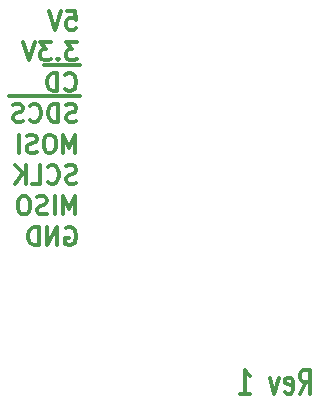
<source format=gbo>
G04 #@! TF.GenerationSoftware,KiCad,Pcbnew,(5.1.10)-1*
G04 #@! TF.CreationDate,2021-09-22T18:41:59-04:00*
G04 #@! TF.ProjectId,SD_CARD_X49,53445f43-4152-4445-9f58-34392e6b6963,1*
G04 #@! TF.SameCoordinates,Original*
G04 #@! TF.FileFunction,Legend,Bot*
G04 #@! TF.FilePolarity,Positive*
%FSLAX46Y46*%
G04 Gerber Fmt 4.6, Leading zero omitted, Abs format (unit mm)*
G04 Created by KiCad (PCBNEW (5.1.10)-1) date 2021-09-22 18:41:59*
%MOMM*%
%LPD*%
G01*
G04 APERTURE LIST*
%ADD10C,0.304800*%
G04 APERTURE END LIST*
D10*
X17001308Y-24567998D02*
X17727022Y-24567998D01*
X17799594Y-25299760D01*
X17727022Y-25226584D01*
X17581880Y-25153408D01*
X17219022Y-25153408D01*
X17073880Y-25226584D01*
X17001308Y-25299760D01*
X16928737Y-25446113D01*
X16928737Y-25811994D01*
X17001308Y-25958346D01*
X17073880Y-26031522D01*
X17219022Y-26104698D01*
X17581880Y-26104698D01*
X17727022Y-26031522D01*
X17799594Y-25958346D01*
X16493308Y-24567998D02*
X15985308Y-26104698D01*
X15477308Y-24567998D01*
X17872165Y-27177848D02*
X16928737Y-27177848D01*
X17436737Y-27763258D01*
X17219022Y-27763258D01*
X17073880Y-27836434D01*
X17001308Y-27909610D01*
X16928737Y-28055963D01*
X16928737Y-28421844D01*
X17001308Y-28568196D01*
X17073880Y-28641372D01*
X17219022Y-28714548D01*
X17654451Y-28714548D01*
X17799594Y-28641372D01*
X17872165Y-28568196D01*
X16275594Y-28568196D02*
X16203022Y-28641372D01*
X16275594Y-28714548D01*
X16348165Y-28641372D01*
X16275594Y-28568196D01*
X16275594Y-28714548D01*
X15695022Y-27177848D02*
X14751594Y-27177848D01*
X15259594Y-27763258D01*
X15041880Y-27763258D01*
X14896737Y-27836434D01*
X14824165Y-27909610D01*
X14751594Y-28055963D01*
X14751594Y-28421844D01*
X14824165Y-28568196D01*
X14896737Y-28641372D01*
X15041880Y-28714548D01*
X15477308Y-28714548D01*
X15622451Y-28641372D01*
X15695022Y-28568196D01*
X14316165Y-27177848D02*
X13808165Y-28714548D01*
X13300165Y-27177848D01*
X18089880Y-29126561D02*
X16565880Y-29126561D01*
X16856165Y-31178046D02*
X16928737Y-31251222D01*
X17146451Y-31324398D01*
X17291594Y-31324398D01*
X17509308Y-31251222D01*
X17654451Y-31104870D01*
X17727022Y-30958517D01*
X17799594Y-30665813D01*
X17799594Y-30446284D01*
X17727022Y-30153579D01*
X17654451Y-30007227D01*
X17509308Y-29860875D01*
X17291594Y-29787698D01*
X17146451Y-29787698D01*
X16928737Y-29860875D01*
X16856165Y-29934051D01*
X16565880Y-29126561D02*
X15041880Y-29126561D01*
X16203022Y-31324398D02*
X16203022Y-29787698D01*
X15840165Y-29787698D01*
X15622451Y-29860875D01*
X15477308Y-30007227D01*
X15404737Y-30153579D01*
X15332165Y-30446284D01*
X15332165Y-30665813D01*
X15404737Y-30958517D01*
X15477308Y-31104870D01*
X15622451Y-31251222D01*
X15840165Y-31324398D01*
X16203022Y-31324398D01*
X18089880Y-31736411D02*
X16638451Y-31736411D01*
X17799594Y-33861072D02*
X17581880Y-33934248D01*
X17219022Y-33934248D01*
X17073880Y-33861072D01*
X17001308Y-33787896D01*
X16928737Y-33641544D01*
X16928737Y-33495191D01*
X17001308Y-33348839D01*
X17073880Y-33275663D01*
X17219022Y-33202486D01*
X17509308Y-33129310D01*
X17654451Y-33056134D01*
X17727022Y-32982958D01*
X17799594Y-32836605D01*
X17799594Y-32690253D01*
X17727022Y-32543901D01*
X17654451Y-32470725D01*
X17509308Y-32397548D01*
X17146451Y-32397548D01*
X16928737Y-32470725D01*
X16638451Y-31736411D02*
X15114451Y-31736411D01*
X16275594Y-33934248D02*
X16275594Y-32397548D01*
X15912737Y-32397548D01*
X15695022Y-32470725D01*
X15549880Y-32617077D01*
X15477308Y-32763429D01*
X15404737Y-33056134D01*
X15404737Y-33275663D01*
X15477308Y-33568367D01*
X15549880Y-33714720D01*
X15695022Y-33861072D01*
X15912737Y-33934248D01*
X16275594Y-33934248D01*
X15114451Y-31736411D02*
X13590451Y-31736411D01*
X13880737Y-33787896D02*
X13953308Y-33861072D01*
X14171022Y-33934248D01*
X14316165Y-33934248D01*
X14533880Y-33861072D01*
X14679022Y-33714720D01*
X14751594Y-33568367D01*
X14824165Y-33275663D01*
X14824165Y-33056134D01*
X14751594Y-32763429D01*
X14679022Y-32617077D01*
X14533880Y-32470725D01*
X14316165Y-32397548D01*
X14171022Y-32397548D01*
X13953308Y-32470725D01*
X13880737Y-32543901D01*
X13590451Y-31736411D02*
X12139022Y-31736411D01*
X13300165Y-33861072D02*
X13082451Y-33934248D01*
X12719594Y-33934248D01*
X12574451Y-33861072D01*
X12501880Y-33787896D01*
X12429308Y-33641544D01*
X12429308Y-33495191D01*
X12501880Y-33348839D01*
X12574451Y-33275663D01*
X12719594Y-33202486D01*
X13009880Y-33129310D01*
X13155022Y-33056134D01*
X13227594Y-32982958D01*
X13300165Y-32836605D01*
X13300165Y-32690253D01*
X13227594Y-32543901D01*
X13155022Y-32470725D01*
X13009880Y-32397548D01*
X12647022Y-32397548D01*
X12429308Y-32470725D01*
X17727022Y-36544098D02*
X17727022Y-35007398D01*
X17219022Y-36105041D01*
X16711022Y-35007398D01*
X16711022Y-36544098D01*
X15695022Y-35007398D02*
X15404737Y-35007398D01*
X15259594Y-35080575D01*
X15114451Y-35226927D01*
X15041880Y-35519632D01*
X15041880Y-36031865D01*
X15114451Y-36324570D01*
X15259594Y-36470922D01*
X15404737Y-36544098D01*
X15695022Y-36544098D01*
X15840165Y-36470922D01*
X15985308Y-36324570D01*
X16057880Y-36031865D01*
X16057880Y-35519632D01*
X15985308Y-35226927D01*
X15840165Y-35080575D01*
X15695022Y-35007398D01*
X14461308Y-36470922D02*
X14243594Y-36544098D01*
X13880737Y-36544098D01*
X13735594Y-36470922D01*
X13663022Y-36397746D01*
X13590451Y-36251394D01*
X13590451Y-36105041D01*
X13663022Y-35958689D01*
X13735594Y-35885513D01*
X13880737Y-35812336D01*
X14171022Y-35739160D01*
X14316165Y-35665984D01*
X14388737Y-35592808D01*
X14461308Y-35446455D01*
X14461308Y-35300103D01*
X14388737Y-35153751D01*
X14316165Y-35080575D01*
X14171022Y-35007398D01*
X13808165Y-35007398D01*
X13590451Y-35080575D01*
X12937308Y-36544098D02*
X12937308Y-35007398D01*
X17799594Y-39080772D02*
X17581880Y-39153948D01*
X17219022Y-39153948D01*
X17073880Y-39080772D01*
X17001308Y-39007596D01*
X16928737Y-38861244D01*
X16928737Y-38714891D01*
X17001308Y-38568539D01*
X17073880Y-38495363D01*
X17219022Y-38422186D01*
X17509308Y-38349010D01*
X17654451Y-38275834D01*
X17727022Y-38202658D01*
X17799594Y-38056305D01*
X17799594Y-37909953D01*
X17727022Y-37763601D01*
X17654451Y-37690425D01*
X17509308Y-37617248D01*
X17146451Y-37617248D01*
X16928737Y-37690425D01*
X15404737Y-39007596D02*
X15477308Y-39080772D01*
X15695022Y-39153948D01*
X15840165Y-39153948D01*
X16057879Y-39080772D01*
X16203022Y-38934420D01*
X16275594Y-38788067D01*
X16348165Y-38495363D01*
X16348165Y-38275834D01*
X16275594Y-37983129D01*
X16203022Y-37836777D01*
X16057879Y-37690425D01*
X15840165Y-37617248D01*
X15695022Y-37617248D01*
X15477308Y-37690425D01*
X15404737Y-37763601D01*
X14025879Y-39153948D02*
X14751594Y-39153948D01*
X14751594Y-37617248D01*
X13517879Y-39153948D02*
X13517879Y-37617248D01*
X12647022Y-39153948D02*
X13300165Y-38275834D01*
X12647022Y-37617248D02*
X13517879Y-38495363D01*
X17727022Y-41763798D02*
X17727022Y-40227098D01*
X17219022Y-41324741D01*
X16711022Y-40227098D01*
X16711022Y-41763798D01*
X15985308Y-41763798D02*
X15985308Y-40227098D01*
X15332165Y-41690622D02*
X15114451Y-41763798D01*
X14751594Y-41763798D01*
X14606451Y-41690622D01*
X14533880Y-41617446D01*
X14461308Y-41471094D01*
X14461308Y-41324741D01*
X14533880Y-41178389D01*
X14606451Y-41105213D01*
X14751594Y-41032036D01*
X15041880Y-40958860D01*
X15187022Y-40885684D01*
X15259594Y-40812508D01*
X15332165Y-40666155D01*
X15332165Y-40519803D01*
X15259594Y-40373451D01*
X15187022Y-40300275D01*
X15041880Y-40227098D01*
X14679022Y-40227098D01*
X14461308Y-40300275D01*
X13517880Y-40227098D02*
X13227594Y-40227098D01*
X13082451Y-40300275D01*
X12937308Y-40446627D01*
X12864737Y-40739332D01*
X12864737Y-41251565D01*
X12937308Y-41544270D01*
X13082451Y-41690622D01*
X13227594Y-41763798D01*
X13517880Y-41763798D01*
X13663022Y-41690622D01*
X13808165Y-41544270D01*
X13880737Y-41251565D01*
X13880737Y-40739332D01*
X13808165Y-40446627D01*
X13663022Y-40300275D01*
X13517880Y-40227098D01*
X16928737Y-42910125D02*
X17073880Y-42836948D01*
X17291594Y-42836948D01*
X17509308Y-42910125D01*
X17654451Y-43056477D01*
X17727022Y-43202829D01*
X17799594Y-43495534D01*
X17799594Y-43715063D01*
X17727022Y-44007767D01*
X17654451Y-44154120D01*
X17509308Y-44300472D01*
X17291594Y-44373648D01*
X17146451Y-44373648D01*
X16928737Y-44300472D01*
X16856165Y-44227296D01*
X16856165Y-43715063D01*
X17146451Y-43715063D01*
X16203022Y-44373648D02*
X16203022Y-42836948D01*
X15332165Y-44373648D01*
X15332165Y-42836948D01*
X14606451Y-44373648D02*
X14606451Y-42836948D01*
X14243594Y-42836948D01*
X14025880Y-42910125D01*
X13880737Y-43056477D01*
X13808165Y-43202829D01*
X13735594Y-43495534D01*
X13735594Y-43715063D01*
X13808165Y-44007767D01*
X13880737Y-44154120D01*
X14025880Y-44300472D01*
X14243594Y-44373648D01*
X14606451Y-44373648D01*
X36739285Y-56926238D02*
X37247285Y-55958619D01*
X37610142Y-56926238D02*
X37610142Y-54894238D01*
X37029571Y-54894238D01*
X36884428Y-54991000D01*
X36811857Y-55087761D01*
X36739285Y-55281285D01*
X36739285Y-55571571D01*
X36811857Y-55765095D01*
X36884428Y-55861857D01*
X37029571Y-55958619D01*
X37610142Y-55958619D01*
X35505571Y-56829476D02*
X35650714Y-56926238D01*
X35941000Y-56926238D01*
X36086142Y-56829476D01*
X36158714Y-56635952D01*
X36158714Y-55861857D01*
X36086142Y-55668333D01*
X35941000Y-55571571D01*
X35650714Y-55571571D01*
X35505571Y-55668333D01*
X35433000Y-55861857D01*
X35433000Y-56055380D01*
X36158714Y-56248904D01*
X34925000Y-55571571D02*
X34562142Y-56926238D01*
X34199285Y-55571571D01*
X31659285Y-56926238D02*
X32530142Y-56926238D01*
X32094714Y-56926238D02*
X32094714Y-54894238D01*
X32239857Y-55184523D01*
X32385000Y-55378047D01*
X32530142Y-55474809D01*
M02*

</source>
